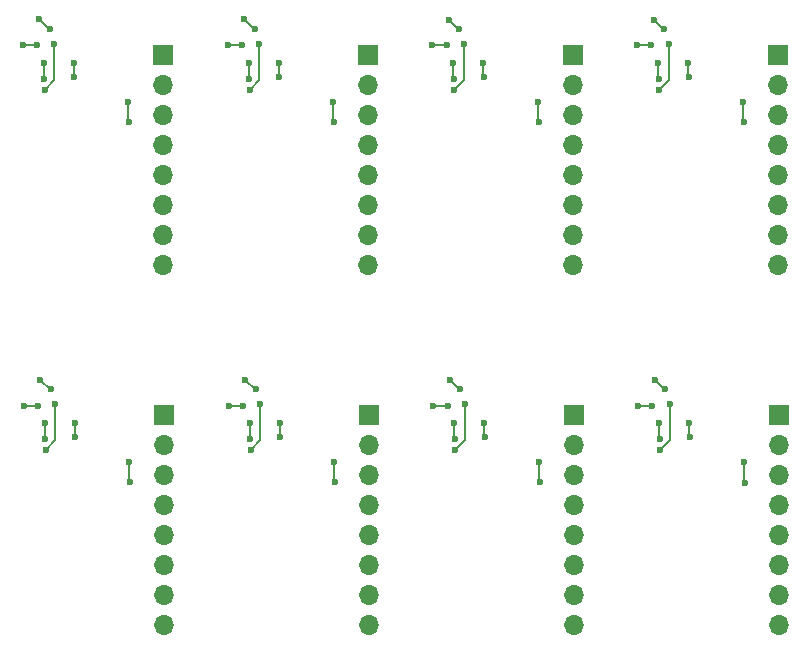
<source format=gbr>
%TF.GenerationSoftware,KiCad,Pcbnew,8.0.5*%
%TF.CreationDate,2024-10-22T20:22:57-07:00*%
%TF.ProjectId,door3_panel,646f6f72-335f-4706-916e-656c2e6b6963,rev?*%
%TF.SameCoordinates,Original*%
%TF.FileFunction,Copper,L2,Bot*%
%TF.FilePolarity,Positive*%
%FSLAX46Y46*%
G04 Gerber Fmt 4.6, Leading zero omitted, Abs format (unit mm)*
G04 Created by KiCad (PCBNEW 8.0.5) date 2024-10-22 20:22:57*
%MOMM*%
%LPD*%
G01*
G04 APERTURE LIST*
%TA.AperFunction,ComponentPad*%
%ADD10R,1.700000X1.700000*%
%TD*%
%TA.AperFunction,ComponentPad*%
%ADD11O,1.700000X1.700000*%
%TD*%
%TA.AperFunction,ViaPad*%
%ADD12C,0.600000*%
%TD*%
%TA.AperFunction,Conductor*%
%ADD13C,0.200000*%
%TD*%
G04 APERTURE END LIST*
D10*
%TO.P,J1,1,Pin_1*%
%TO.N,VDD*%
X60520000Y-51660000D03*
D11*
%TO.P,J1,2,Pin_2*%
%TO.N,GND*%
X60520000Y-54200000D03*
%TO.P,J1,3,Pin_3*%
%TO.N,SDA*%
X60520000Y-56740000D03*
%TO.P,J1,4,Pin_4*%
%TO.N,SCL*%
X60520000Y-59280000D03*
%TO.P,J1,5,Pin_5*%
%TO.N,SDO*%
X60520000Y-61820000D03*
%TO.P,J1,6,Pin_6*%
%TO.N,CS*%
X60520000Y-64360000D03*
%TO.P,J1,7,Pin_7*%
%TO.N,DRDY*%
X60520000Y-66900000D03*
%TO.P,J1,8,Pin_8*%
%TO.N,INT*%
X60520000Y-69440000D03*
%TD*%
D10*
%TO.P,J1,1,Pin_1*%
%TO.N,VDD*%
X43198528Y-51648530D03*
D11*
%TO.P,J1,2,Pin_2*%
%TO.N,GND*%
X43198528Y-54188530D03*
%TO.P,J1,3,Pin_3*%
%TO.N,SDA*%
X43198528Y-56728530D03*
%TO.P,J1,4,Pin_4*%
%TO.N,SCL*%
X43198528Y-59268530D03*
%TO.P,J1,5,Pin_5*%
%TO.N,SDO*%
X43198528Y-61808530D03*
%TO.P,J1,6,Pin_6*%
%TO.N,CS*%
X43198528Y-64348530D03*
%TO.P,J1,7,Pin_7*%
%TO.N,DRDY*%
X43198528Y-66888530D03*
%TO.P,J1,8,Pin_8*%
%TO.N,INT*%
X43198528Y-69428530D03*
%TD*%
D10*
%TO.P,J1,1,Pin_1*%
%TO.N,VDD*%
X77874264Y-51664265D03*
D11*
%TO.P,J1,2,Pin_2*%
%TO.N,GND*%
X77874264Y-54204265D03*
%TO.P,J1,3,Pin_3*%
%TO.N,SDA*%
X77874264Y-56744265D03*
%TO.P,J1,4,Pin_4*%
%TO.N,SCL*%
X77874264Y-59284265D03*
%TO.P,J1,5,Pin_5*%
%TO.N,SDO*%
X77874264Y-61824265D03*
%TO.P,J1,6,Pin_6*%
%TO.N,CS*%
X77874264Y-64364265D03*
%TO.P,J1,7,Pin_7*%
%TO.N,DRDY*%
X77874264Y-66904265D03*
%TO.P,J1,8,Pin_8*%
%TO.N,INT*%
X77874264Y-69444265D03*
%TD*%
D10*
%TO.P,J1,1,Pin_1*%
%TO.N,VDD*%
X25844264Y-51644265D03*
D11*
%TO.P,J1,2,Pin_2*%
%TO.N,GND*%
X25844264Y-54184265D03*
%TO.P,J1,3,Pin_3*%
%TO.N,SDA*%
X25844264Y-56724265D03*
%TO.P,J1,4,Pin_4*%
%TO.N,SCL*%
X25844264Y-59264265D03*
%TO.P,J1,5,Pin_5*%
%TO.N,SDO*%
X25844264Y-61804265D03*
%TO.P,J1,6,Pin_6*%
%TO.N,CS*%
X25844264Y-64344265D03*
%TO.P,J1,7,Pin_7*%
%TO.N,DRDY*%
X25844264Y-66884265D03*
%TO.P,J1,8,Pin_8*%
%TO.N,INT*%
X25844264Y-69424265D03*
%TD*%
%TO.P,J1,8,Pin_8*%
%TO.N,INT*%
X77790000Y-38940000D03*
%TO.P,J1,7,Pin_7*%
%TO.N,DRDY*%
X77790000Y-36400000D03*
%TO.P,J1,6,Pin_6*%
%TO.N,CS*%
X77790000Y-33860000D03*
%TO.P,J1,5,Pin_5*%
%TO.N,SDO*%
X77790000Y-31320000D03*
%TO.P,J1,4,Pin_4*%
%TO.N,SCL*%
X77790000Y-28780000D03*
%TO.P,J1,3,Pin_3*%
%TO.N,SDA*%
X77790000Y-26240000D03*
%TO.P,J1,2,Pin_2*%
%TO.N,GND*%
X77790000Y-23700000D03*
D10*
%TO.P,J1,1,Pin_1*%
%TO.N,VDD*%
X77790000Y-21160000D03*
%TD*%
D11*
%TO.P,J1,8,Pin_8*%
%TO.N,INT*%
X60435736Y-38935735D03*
%TO.P,J1,7,Pin_7*%
%TO.N,DRDY*%
X60435736Y-36395735D03*
%TO.P,J1,6,Pin_6*%
%TO.N,CS*%
X60435736Y-33855735D03*
%TO.P,J1,5,Pin_5*%
%TO.N,SDO*%
X60435736Y-31315735D03*
%TO.P,J1,4,Pin_4*%
%TO.N,SCL*%
X60435736Y-28775735D03*
%TO.P,J1,3,Pin_3*%
%TO.N,SDA*%
X60435736Y-26235735D03*
%TO.P,J1,2,Pin_2*%
%TO.N,GND*%
X60435736Y-23695735D03*
D10*
%TO.P,J1,1,Pin_1*%
%TO.N,VDD*%
X60435736Y-21155735D03*
%TD*%
D11*
%TO.P,J1,8,Pin_8*%
%TO.N,INT*%
X43114264Y-38924265D03*
%TO.P,J1,7,Pin_7*%
%TO.N,DRDY*%
X43114264Y-36384265D03*
%TO.P,J1,6,Pin_6*%
%TO.N,CS*%
X43114264Y-33844265D03*
%TO.P,J1,5,Pin_5*%
%TO.N,SDO*%
X43114264Y-31304265D03*
%TO.P,J1,4,Pin_4*%
%TO.N,SCL*%
X43114264Y-28764265D03*
%TO.P,J1,3,Pin_3*%
%TO.N,SDA*%
X43114264Y-26224265D03*
%TO.P,J1,2,Pin_2*%
%TO.N,GND*%
X43114264Y-23684265D03*
D10*
%TO.P,J1,1,Pin_1*%
%TO.N,VDD*%
X43114264Y-21144265D03*
%TD*%
D11*
%TO.P,J1,8,Pin_8*%
%TO.N,INT*%
X25760000Y-38920000D03*
%TO.P,J1,7,Pin_7*%
%TO.N,DRDY*%
X25760000Y-36380000D03*
%TO.P,J1,6,Pin_6*%
%TO.N,CS*%
X25760000Y-33840000D03*
%TO.P,J1,5,Pin_5*%
%TO.N,SDO*%
X25760000Y-31300000D03*
%TO.P,J1,4,Pin_4*%
%TO.N,SCL*%
X25760000Y-28760000D03*
%TO.P,J1,3,Pin_3*%
%TO.N,SDA*%
X25760000Y-26220000D03*
%TO.P,J1,2,Pin_2*%
%TO.N,GND*%
X25760000Y-23680000D03*
D10*
%TO.P,J1,1,Pin_1*%
%TO.N,VDD*%
X25760000Y-21140000D03*
%TD*%
D12*
%TO.N,INT*%
X32714263Y-48634265D03*
%TO.N,SDO*%
X33998528Y-50698530D03*
X33188528Y-54578530D03*
%TO.N,SCL*%
X40338528Y-57328530D03*
%TO.N,DRDY*%
X32528528Y-50828530D03*
%TO.N,CS*%
X33118528Y-52318529D03*
%TO.N,SCL*%
X40268528Y-55598530D03*
%TO.N,CS*%
X33128528Y-53648530D03*
%TO.N,SDA*%
X35678528Y-53508530D03*
X35648528Y-52308530D03*
%TO.N,DRDY*%
X31328528Y-50828530D03*
%TO.N,INT*%
X33618528Y-49448529D03*
X67389999Y-48650000D03*
%TO.N,SDO*%
X68674264Y-50714265D03*
X67864264Y-54594265D03*
%TO.N,CS*%
X67794264Y-52334264D03*
X67804264Y-53664265D03*
%TO.N,SCL*%
X74944264Y-55614265D03*
%TO.N,DRDY*%
X67204264Y-50844265D03*
%TO.N,SCL*%
X75014264Y-57344265D03*
%TO.N,INT*%
X68294264Y-49464264D03*
%TO.N,SDO*%
X50510000Y-54590000D03*
%TO.N,CS*%
X50450000Y-53660000D03*
%TO.N,DRDY*%
X15174264Y-50824265D03*
%TO.N,SDA*%
X52970000Y-52320000D03*
%TO.N,SDO*%
X51320000Y-50710000D03*
X15834264Y-54574265D03*
%TO.N,INT*%
X50940000Y-49459999D03*
%TO.N,SDA*%
X18324264Y-53504265D03*
X18294264Y-52304265D03*
X70354264Y-53524265D03*
X70324264Y-52324265D03*
%TO.N,DRDY*%
X66004264Y-50844265D03*
%TO.N,SCL*%
X57590000Y-55610000D03*
%TO.N,CS*%
X15764264Y-52314264D03*
%TO.N,DRDY*%
X49850000Y-50840000D03*
%TO.N,CS*%
X15774264Y-53644265D03*
%TO.N,SCL*%
X22914264Y-55594265D03*
%TO.N,SDO*%
X16644264Y-50694265D03*
%TO.N,CS*%
X50440000Y-52329999D03*
%TO.N,SDA*%
X53000000Y-53520000D03*
%TO.N,INT*%
X50035735Y-48645735D03*
X15359999Y-48630000D03*
%TO.N,DRDY*%
X13974264Y-50824265D03*
X48650000Y-50840000D03*
%TO.N,INT*%
X16264264Y-49444264D03*
%TO.N,SCL*%
X22984264Y-57324265D03*
X57660000Y-57340000D03*
%TO.N,INT*%
X67305735Y-18145735D03*
%TO.N,SDO*%
X68590000Y-20210000D03*
X67780000Y-24090000D03*
%TO.N,SCL*%
X74930000Y-26840000D03*
%TO.N,DRDY*%
X67120000Y-20340000D03*
%TO.N,CS*%
X67710000Y-21829999D03*
%TO.N,SCL*%
X74860000Y-25110000D03*
%TO.N,CS*%
X67720000Y-23160000D03*
%TO.N,SDA*%
X70270000Y-23020000D03*
X70240000Y-21820000D03*
%TO.N,DRDY*%
X65920000Y-20340000D03*
%TO.N,INT*%
X68210000Y-18959999D03*
%TO.N,DRDY*%
X49765736Y-20335735D03*
%TO.N,SDO*%
X50425736Y-24085735D03*
%TO.N,SDA*%
X52915736Y-23015735D03*
X52885736Y-21815735D03*
%TO.N,CS*%
X50355736Y-21825734D03*
X50365736Y-23155735D03*
%TO.N,SCL*%
X57505736Y-25105735D03*
%TO.N,SDO*%
X51235736Y-20205735D03*
%TO.N,INT*%
X49951471Y-18141470D03*
%TO.N,DRDY*%
X48565736Y-20335735D03*
%TO.N,INT*%
X50855736Y-18955734D03*
%TO.N,SCL*%
X57575736Y-26835735D03*
%TO.N,DRDY*%
X32444264Y-20324265D03*
%TO.N,SDO*%
X33104264Y-24074265D03*
%TO.N,SDA*%
X35594264Y-23004265D03*
X35564264Y-21804265D03*
%TO.N,CS*%
X33034264Y-21814264D03*
X33044264Y-23144265D03*
%TO.N,SCL*%
X40184264Y-25094265D03*
%TO.N,SDO*%
X33914264Y-20194265D03*
%TO.N,INT*%
X32629999Y-18130000D03*
%TO.N,DRDY*%
X31244264Y-20324265D03*
%TO.N,INT*%
X33534264Y-18944264D03*
%TO.N,SCL*%
X40254264Y-26824265D03*
%TO.N,INT*%
X15275735Y-18125735D03*
X16180000Y-18939999D03*
%TO.N,SDO*%
X15750000Y-24070000D03*
X16560000Y-20190000D03*
%TO.N,CS*%
X15690000Y-23140000D03*
X15680000Y-21809999D03*
%TO.N,SCL*%
X22830000Y-25090000D03*
X22900000Y-26820000D03*
%TO.N,SDA*%
X18240000Y-23000000D03*
X18210000Y-21800000D03*
%TO.N,DRDY*%
X15090000Y-20320000D03*
X13890000Y-20320000D03*
%TD*%
D13*
%TO.N,SCL*%
X74944264Y-55614265D02*
X74944264Y-57274265D01*
%TO.N,CS*%
X67794264Y-53654265D02*
X67804264Y-53664265D01*
%TO.N,SDA*%
X70324264Y-53494265D02*
X70354264Y-53524265D01*
%TO.N,SDO*%
X68674264Y-50714265D02*
X68674264Y-53784265D01*
%TO.N,DRDY*%
X67204264Y-50844265D02*
X66004264Y-50844265D01*
%TO.N,CS*%
X67794264Y-52334264D02*
X67794264Y-53294265D01*
%TO.N,INT*%
X68204263Y-49464264D02*
X67389999Y-48650000D01*
X68294264Y-49464264D02*
X68204263Y-49464264D01*
%TO.N,SCL*%
X57590000Y-57270000D02*
X57660000Y-57340000D01*
%TO.N,CS*%
X67794264Y-53294265D02*
X67794264Y-53654265D01*
%TO.N,SDA*%
X52970000Y-53490000D02*
X53000000Y-53520000D01*
%TO.N,SCL*%
X74944264Y-57274265D02*
X75014264Y-57344265D01*
%TO.N,SDA*%
X70324264Y-52324265D02*
X70324264Y-53494265D01*
%TO.N,SDO*%
X68674264Y-53784265D02*
X67864264Y-54594265D01*
%TO.N,SCL*%
X57590000Y-55610000D02*
X57590000Y-57270000D01*
%TO.N,SDO*%
X33998528Y-50698530D02*
X33998528Y-53768530D01*
%TO.N,DRDY*%
X32528528Y-50828530D02*
X31328528Y-50828530D01*
%TO.N,SDA*%
X35648528Y-53478530D02*
X35678528Y-53508530D01*
%TO.N,CS*%
X33118528Y-53638530D02*
X33128528Y-53648530D01*
%TO.N,SCL*%
X40268528Y-55598530D02*
X40268528Y-57258530D01*
%TO.N,CS*%
X33118528Y-52318529D02*
X33118528Y-53278530D01*
%TO.N,SDA*%
X35648528Y-52308530D02*
X35648528Y-53478530D01*
%TO.N,INT*%
X33528527Y-49448529D02*
X32714263Y-48634265D01*
%TO.N,SCL*%
X40268528Y-57258530D02*
X40338528Y-57328530D01*
%TO.N,CS*%
X33118528Y-53278530D02*
X33118528Y-53638530D01*
%TO.N,INT*%
X33618528Y-49448529D02*
X33528527Y-49448529D01*
%TO.N,SDO*%
X33998528Y-53768530D02*
X33188528Y-54578530D01*
%TO.N,CS*%
X50440000Y-52329999D02*
X50440000Y-53290000D01*
X50440000Y-53650000D02*
X50450000Y-53660000D01*
X50440000Y-53290000D02*
X50440000Y-53650000D01*
%TO.N,DRDY*%
X49850000Y-50840000D02*
X48650000Y-50840000D01*
%TO.N,SDA*%
X52970000Y-52320000D02*
X52970000Y-53490000D01*
%TO.N,SDO*%
X51320000Y-50710000D02*
X51320000Y-53780000D01*
%TO.N,INT*%
X50849999Y-49459999D02*
X50035735Y-48645735D01*
%TO.N,SDO*%
X51320000Y-53780000D02*
X50510000Y-54590000D01*
%TO.N,INT*%
X50940000Y-49459999D02*
X50849999Y-49459999D01*
%TO.N,SDA*%
X18294264Y-53474265D02*
X18324264Y-53504265D01*
%TO.N,SCL*%
X22914264Y-57254265D02*
X22984264Y-57324265D01*
X22914264Y-55594265D02*
X22914264Y-57254265D01*
%TO.N,DRDY*%
X15174264Y-50824265D02*
X13974264Y-50824265D01*
%TO.N,SDA*%
X18294264Y-52304265D02*
X18294264Y-53474265D01*
%TO.N,SDO*%
X16644264Y-50694265D02*
X16644264Y-53764265D01*
%TO.N,CS*%
X15764264Y-53634265D02*
X15774264Y-53644265D01*
X15764264Y-52314264D02*
X15764264Y-53274265D01*
%TO.N,INT*%
X16174263Y-49444264D02*
X15359999Y-48630000D01*
%TO.N,CS*%
X15764264Y-53274265D02*
X15764264Y-53634265D01*
%TO.N,SDO*%
X16644264Y-53764265D02*
X15834264Y-54574265D01*
%TO.N,INT*%
X16264264Y-49444264D02*
X16174263Y-49444264D01*
%TO.N,SDO*%
X68590000Y-20210000D02*
X68590000Y-23280000D01*
%TO.N,DRDY*%
X67120000Y-20340000D02*
X65920000Y-20340000D01*
%TO.N,SDA*%
X70240000Y-22990000D02*
X70270000Y-23020000D01*
%TO.N,CS*%
X67710000Y-23150000D02*
X67720000Y-23160000D01*
%TO.N,SCL*%
X74860000Y-25110000D02*
X74860000Y-26770000D01*
%TO.N,CS*%
X67710000Y-21829999D02*
X67710000Y-22790000D01*
%TO.N,SDA*%
X70240000Y-21820000D02*
X70240000Y-22990000D01*
%TO.N,INT*%
X68119999Y-18959999D02*
X67305735Y-18145735D01*
%TO.N,SCL*%
X74860000Y-26770000D02*
X74930000Y-26840000D01*
%TO.N,CS*%
X67710000Y-22790000D02*
X67710000Y-23150000D01*
%TO.N,INT*%
X68210000Y-18959999D02*
X68119999Y-18959999D01*
%TO.N,SDO*%
X68590000Y-23280000D02*
X67780000Y-24090000D01*
%TO.N,SDA*%
X52885736Y-22985735D02*
X52915736Y-23015735D01*
%TO.N,SCL*%
X57505736Y-26765735D02*
X57575736Y-26835735D01*
X57505736Y-25105735D02*
X57505736Y-26765735D01*
%TO.N,DRDY*%
X49765736Y-20335735D02*
X48565736Y-20335735D01*
%TO.N,SDA*%
X52885736Y-21815735D02*
X52885736Y-22985735D01*
%TO.N,SDO*%
X51235736Y-20205735D02*
X51235736Y-23275735D01*
%TO.N,CS*%
X50355736Y-23145735D02*
X50365736Y-23155735D01*
X50355736Y-21825734D02*
X50355736Y-22785735D01*
%TO.N,INT*%
X50765735Y-18955734D02*
X49951471Y-18141470D01*
%TO.N,CS*%
X50355736Y-22785735D02*
X50355736Y-23145735D01*
%TO.N,SDO*%
X51235736Y-23275735D02*
X50425736Y-24085735D01*
%TO.N,INT*%
X50855736Y-18955734D02*
X50765735Y-18955734D01*
%TO.N,SDA*%
X35564264Y-22974265D02*
X35594264Y-23004265D01*
%TO.N,SCL*%
X40184264Y-26754265D02*
X40254264Y-26824265D01*
X40184264Y-25094265D02*
X40184264Y-26754265D01*
%TO.N,DRDY*%
X32444264Y-20324265D02*
X31244264Y-20324265D01*
%TO.N,SDA*%
X35564264Y-21804265D02*
X35564264Y-22974265D01*
%TO.N,SDO*%
X33914264Y-20194265D02*
X33914264Y-23264265D01*
%TO.N,CS*%
X33034264Y-23134265D02*
X33044264Y-23144265D01*
X33034264Y-21814264D02*
X33034264Y-22774265D01*
%TO.N,INT*%
X33444263Y-18944264D02*
X32629999Y-18130000D01*
%TO.N,CS*%
X33034264Y-22774265D02*
X33034264Y-23134265D01*
%TO.N,SDO*%
X33914264Y-23264265D02*
X33104264Y-24074265D01*
%TO.N,INT*%
X33534264Y-18944264D02*
X33444263Y-18944264D01*
X16180000Y-18939999D02*
X16089999Y-18939999D01*
X16089999Y-18939999D02*
X15275735Y-18125735D01*
%TO.N,SDO*%
X16560000Y-20190000D02*
X16560000Y-23260000D01*
X16560000Y-23260000D02*
X15750000Y-24070000D01*
%TO.N,CS*%
X15680000Y-22770000D02*
X15680000Y-23130000D01*
X15680000Y-21809999D02*
X15680000Y-22770000D01*
X15680000Y-23130000D02*
X15690000Y-23140000D01*
%TO.N,SCL*%
X22830000Y-26750000D02*
X22900000Y-26820000D01*
X22830000Y-25090000D02*
X22830000Y-26750000D01*
%TO.N,SDA*%
X18210000Y-21800000D02*
X18210000Y-22970000D01*
X18210000Y-22970000D02*
X18240000Y-23000000D01*
%TO.N,DRDY*%
X15090000Y-20320000D02*
X13890000Y-20320000D01*
%TD*%
M02*

</source>
